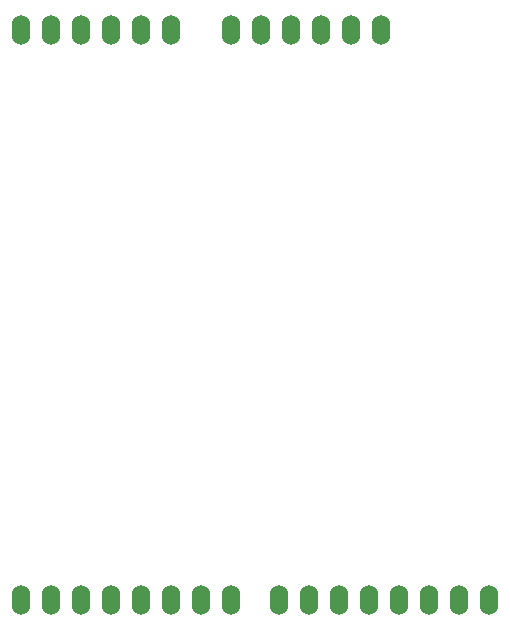
<source format=gbs>
G04 #@! TF.GenerationSoftware,KiCad,Pcbnew,no-vcs-found-7688~57~ubuntu16.04.1*
G04 #@! TF.CreationDate,2017-03-02T14:26:04+07:00*
G04 #@! TF.ProjectId,cellular,63656C6C756C61722E6B696361645F70,rev?*
G04 #@! TF.FileFunction,Soldermask,Bot*
G04 #@! TF.FilePolarity,Negative*
%FSLAX46Y46*%
G04 Gerber Fmt 4.6, Leading zero omitted, Abs format (unit mm)*
G04 Created by KiCad (PCBNEW no-vcs-found-7688~57~ubuntu16.04.1) date Thu Mar  2 14:26:04 2017*
%MOMM*%
%LPD*%
G01*
G04 APERTURE LIST*
%ADD10C,0.100000*%
%ADD11O,1.524000X2.540000*%
G04 APERTURE END LIST*
D10*
D11*
X103505000Y-95250000D03*
X106045000Y-95250000D03*
X108585000Y-95250000D03*
X116205000Y-95250000D03*
X113665000Y-95250000D03*
X111125000Y-95250000D03*
X121285000Y-95250000D03*
X123825000Y-95250000D03*
X126365000Y-95250000D03*
X131445000Y-95250000D03*
X133985000Y-95250000D03*
X103505000Y-143510000D03*
X106045000Y-143510000D03*
X108585000Y-143510000D03*
X111125000Y-143510000D03*
X113665000Y-143510000D03*
X116205000Y-143510000D03*
X118745000Y-143510000D03*
X121285000Y-143510000D03*
X125349000Y-143510000D03*
X127889000Y-143510000D03*
X130429000Y-143510000D03*
X132969000Y-143510000D03*
X135509000Y-143510000D03*
X138049000Y-143510000D03*
X140589000Y-143510000D03*
X143129000Y-143510000D03*
X128905000Y-95250000D03*
M02*

</source>
